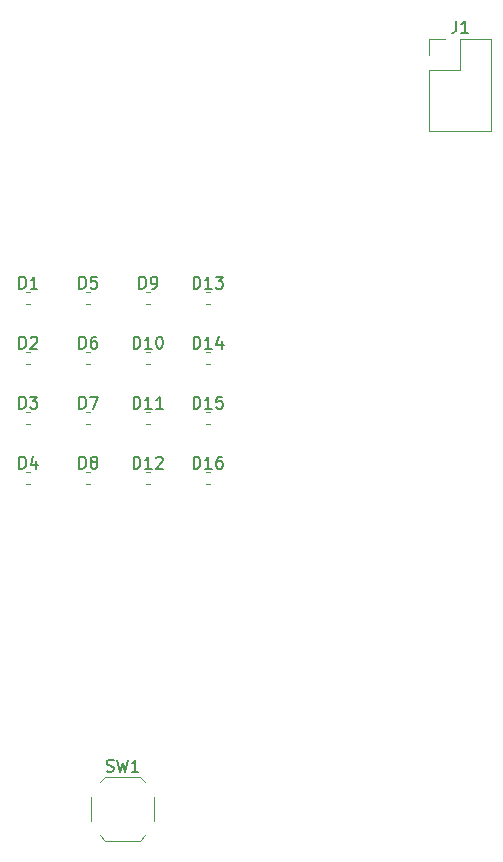
<source format=gto>
G04 #@! TF.FileFunction,Legend,Top*
%FSLAX46Y46*%
G04 Gerber Fmt 4.6, Leading zero omitted, Abs format (unit mm)*
G04 Created by KiCad (PCBNEW 4.0.6) date 09/11/17 20:09:05*
%MOMM*%
%LPD*%
G01*
G04 APERTURE LIST*
%ADD10C,0.100000*%
%ADD11C,0.120000*%
%ADD12C,0.150000*%
%ADD13R,1.200000X1.200000*%
%ADD14C,5.700000*%
%ADD15R,2.100000X2.100000*%
%ADD16O,2.100000X2.100000*%
%ADD17R,2.200000X1.500000*%
G04 APERTURE END LIST*
D10*
D11*
X130780000Y-101100000D02*
X130780000Y-102100000D01*
X130780000Y-102100000D02*
X132880000Y-102100000D01*
X130780000Y-101100000D02*
X132880000Y-101100000D01*
X140940000Y-116340000D02*
X140940000Y-117340000D01*
X140940000Y-117340000D02*
X143040000Y-117340000D01*
X140940000Y-116340000D02*
X143040000Y-116340000D01*
X135860000Y-116340000D02*
X135860000Y-117340000D01*
X135860000Y-117340000D02*
X137960000Y-117340000D01*
X135860000Y-116340000D02*
X137960000Y-116340000D01*
X130780000Y-111260000D02*
X130780000Y-112260000D01*
X130780000Y-112260000D02*
X132880000Y-112260000D01*
X130780000Y-111260000D02*
X132880000Y-111260000D01*
X140940000Y-101100000D02*
X140940000Y-102100000D01*
X140940000Y-102100000D02*
X143040000Y-102100000D01*
X140940000Y-101100000D02*
X143040000Y-101100000D01*
X140940000Y-106180000D02*
X140940000Y-107180000D01*
X140940000Y-107180000D02*
X143040000Y-107180000D01*
X140940000Y-106180000D02*
X143040000Y-106180000D01*
X140940000Y-111260000D02*
X140940000Y-112260000D01*
X140940000Y-112260000D02*
X143040000Y-112260000D01*
X140940000Y-111260000D02*
X143040000Y-111260000D01*
X135860000Y-111260000D02*
X135860000Y-112260000D01*
X135860000Y-112260000D02*
X137960000Y-112260000D01*
X135860000Y-111260000D02*
X137960000Y-111260000D01*
X135860000Y-101100000D02*
X135860000Y-102100000D01*
X135860000Y-102100000D02*
X137960000Y-102100000D01*
X135860000Y-101100000D02*
X137960000Y-101100000D01*
X130780000Y-116340000D02*
X130780000Y-117340000D01*
X130780000Y-117340000D02*
X132880000Y-117340000D01*
X130780000Y-116340000D02*
X132880000Y-116340000D01*
X135860000Y-106180000D02*
X135860000Y-107180000D01*
X135860000Y-107180000D02*
X137960000Y-107180000D01*
X135860000Y-106180000D02*
X137960000Y-106180000D01*
X125700000Y-106180000D02*
X125700000Y-107180000D01*
X125700000Y-107180000D02*
X127800000Y-107180000D01*
X125700000Y-106180000D02*
X127800000Y-106180000D01*
X125700000Y-111260000D02*
X125700000Y-112260000D01*
X125700000Y-112260000D02*
X127800000Y-112260000D01*
X125700000Y-111260000D02*
X127800000Y-111260000D01*
X125700000Y-116340000D02*
X125700000Y-117340000D01*
X125700000Y-117340000D02*
X127800000Y-117340000D01*
X125700000Y-116340000D02*
X127800000Y-116340000D01*
X130780000Y-106180000D02*
X130780000Y-107180000D01*
X130780000Y-107180000D02*
X132880000Y-107180000D01*
X130780000Y-106180000D02*
X132880000Y-106180000D01*
X125700000Y-101100000D02*
X125700000Y-102100000D01*
X125700000Y-102100000D02*
X127800000Y-102100000D01*
X125700000Y-101100000D02*
X127800000Y-101100000D01*
X160976000Y-87436000D02*
X166176000Y-87436000D01*
X160976000Y-82296000D02*
X160976000Y-87436000D01*
X166176000Y-79696000D02*
X166176000Y-87436000D01*
X160976000Y-82296000D02*
X163576000Y-82296000D01*
X163576000Y-82296000D02*
X163576000Y-79696000D01*
X163576000Y-79696000D02*
X166176000Y-79696000D01*
X160976000Y-81026000D02*
X160976000Y-79696000D01*
X160976000Y-79696000D02*
X162306000Y-79696000D01*
X133550000Y-142152000D02*
X136450000Y-142152000D01*
X133100000Y-142602000D02*
X133550000Y-142152000D01*
X132300000Y-145852000D02*
X132300000Y-143852000D01*
X133550000Y-147552000D02*
X133100000Y-147102000D01*
X136450000Y-147552000D02*
X133550000Y-147552000D01*
X136900000Y-147102000D02*
X136450000Y-147552000D01*
X137700000Y-143852000D02*
X137700000Y-145852000D01*
X136450000Y-142152000D02*
X136900000Y-142602000D01*
D12*
X131341905Y-100802381D02*
X131341905Y-99802381D01*
X131580000Y-99802381D01*
X131722858Y-99850000D01*
X131818096Y-99945238D01*
X131865715Y-100040476D01*
X131913334Y-100230952D01*
X131913334Y-100373810D01*
X131865715Y-100564286D01*
X131818096Y-100659524D01*
X131722858Y-100754762D01*
X131580000Y-100802381D01*
X131341905Y-100802381D01*
X132818096Y-99802381D02*
X132341905Y-99802381D01*
X132294286Y-100278571D01*
X132341905Y-100230952D01*
X132437143Y-100183333D01*
X132675239Y-100183333D01*
X132770477Y-100230952D01*
X132818096Y-100278571D01*
X132865715Y-100373810D01*
X132865715Y-100611905D01*
X132818096Y-100707143D01*
X132770477Y-100754762D01*
X132675239Y-100802381D01*
X132437143Y-100802381D01*
X132341905Y-100754762D01*
X132294286Y-100707143D01*
X141025714Y-116042381D02*
X141025714Y-115042381D01*
X141263809Y-115042381D01*
X141406667Y-115090000D01*
X141501905Y-115185238D01*
X141549524Y-115280476D01*
X141597143Y-115470952D01*
X141597143Y-115613810D01*
X141549524Y-115804286D01*
X141501905Y-115899524D01*
X141406667Y-115994762D01*
X141263809Y-116042381D01*
X141025714Y-116042381D01*
X142549524Y-116042381D02*
X141978095Y-116042381D01*
X142263809Y-116042381D02*
X142263809Y-115042381D01*
X142168571Y-115185238D01*
X142073333Y-115280476D01*
X141978095Y-115328095D01*
X143406667Y-115042381D02*
X143216190Y-115042381D01*
X143120952Y-115090000D01*
X143073333Y-115137619D01*
X142978095Y-115280476D01*
X142930476Y-115470952D01*
X142930476Y-115851905D01*
X142978095Y-115947143D01*
X143025714Y-115994762D01*
X143120952Y-116042381D01*
X143311429Y-116042381D01*
X143406667Y-115994762D01*
X143454286Y-115947143D01*
X143501905Y-115851905D01*
X143501905Y-115613810D01*
X143454286Y-115518571D01*
X143406667Y-115470952D01*
X143311429Y-115423333D01*
X143120952Y-115423333D01*
X143025714Y-115470952D01*
X142978095Y-115518571D01*
X142930476Y-115613810D01*
X135945714Y-116042381D02*
X135945714Y-115042381D01*
X136183809Y-115042381D01*
X136326667Y-115090000D01*
X136421905Y-115185238D01*
X136469524Y-115280476D01*
X136517143Y-115470952D01*
X136517143Y-115613810D01*
X136469524Y-115804286D01*
X136421905Y-115899524D01*
X136326667Y-115994762D01*
X136183809Y-116042381D01*
X135945714Y-116042381D01*
X137469524Y-116042381D02*
X136898095Y-116042381D01*
X137183809Y-116042381D02*
X137183809Y-115042381D01*
X137088571Y-115185238D01*
X136993333Y-115280476D01*
X136898095Y-115328095D01*
X137850476Y-115137619D02*
X137898095Y-115090000D01*
X137993333Y-115042381D01*
X138231429Y-115042381D01*
X138326667Y-115090000D01*
X138374286Y-115137619D01*
X138421905Y-115232857D01*
X138421905Y-115328095D01*
X138374286Y-115470952D01*
X137802857Y-116042381D01*
X138421905Y-116042381D01*
X131341905Y-110962381D02*
X131341905Y-109962381D01*
X131580000Y-109962381D01*
X131722858Y-110010000D01*
X131818096Y-110105238D01*
X131865715Y-110200476D01*
X131913334Y-110390952D01*
X131913334Y-110533810D01*
X131865715Y-110724286D01*
X131818096Y-110819524D01*
X131722858Y-110914762D01*
X131580000Y-110962381D01*
X131341905Y-110962381D01*
X132246667Y-109962381D02*
X132913334Y-109962381D01*
X132484762Y-110962381D01*
X141025714Y-100802381D02*
X141025714Y-99802381D01*
X141263809Y-99802381D01*
X141406667Y-99850000D01*
X141501905Y-99945238D01*
X141549524Y-100040476D01*
X141597143Y-100230952D01*
X141597143Y-100373810D01*
X141549524Y-100564286D01*
X141501905Y-100659524D01*
X141406667Y-100754762D01*
X141263809Y-100802381D01*
X141025714Y-100802381D01*
X142549524Y-100802381D02*
X141978095Y-100802381D01*
X142263809Y-100802381D02*
X142263809Y-99802381D01*
X142168571Y-99945238D01*
X142073333Y-100040476D01*
X141978095Y-100088095D01*
X142882857Y-99802381D02*
X143501905Y-99802381D01*
X143168571Y-100183333D01*
X143311429Y-100183333D01*
X143406667Y-100230952D01*
X143454286Y-100278571D01*
X143501905Y-100373810D01*
X143501905Y-100611905D01*
X143454286Y-100707143D01*
X143406667Y-100754762D01*
X143311429Y-100802381D01*
X143025714Y-100802381D01*
X142930476Y-100754762D01*
X142882857Y-100707143D01*
X141025714Y-105882381D02*
X141025714Y-104882381D01*
X141263809Y-104882381D01*
X141406667Y-104930000D01*
X141501905Y-105025238D01*
X141549524Y-105120476D01*
X141597143Y-105310952D01*
X141597143Y-105453810D01*
X141549524Y-105644286D01*
X141501905Y-105739524D01*
X141406667Y-105834762D01*
X141263809Y-105882381D01*
X141025714Y-105882381D01*
X142549524Y-105882381D02*
X141978095Y-105882381D01*
X142263809Y-105882381D02*
X142263809Y-104882381D01*
X142168571Y-105025238D01*
X142073333Y-105120476D01*
X141978095Y-105168095D01*
X143406667Y-105215714D02*
X143406667Y-105882381D01*
X143168571Y-104834762D02*
X142930476Y-105549048D01*
X143549524Y-105549048D01*
X141025714Y-110962381D02*
X141025714Y-109962381D01*
X141263809Y-109962381D01*
X141406667Y-110010000D01*
X141501905Y-110105238D01*
X141549524Y-110200476D01*
X141597143Y-110390952D01*
X141597143Y-110533810D01*
X141549524Y-110724286D01*
X141501905Y-110819524D01*
X141406667Y-110914762D01*
X141263809Y-110962381D01*
X141025714Y-110962381D01*
X142549524Y-110962381D02*
X141978095Y-110962381D01*
X142263809Y-110962381D02*
X142263809Y-109962381D01*
X142168571Y-110105238D01*
X142073333Y-110200476D01*
X141978095Y-110248095D01*
X143454286Y-109962381D02*
X142978095Y-109962381D01*
X142930476Y-110438571D01*
X142978095Y-110390952D01*
X143073333Y-110343333D01*
X143311429Y-110343333D01*
X143406667Y-110390952D01*
X143454286Y-110438571D01*
X143501905Y-110533810D01*
X143501905Y-110771905D01*
X143454286Y-110867143D01*
X143406667Y-110914762D01*
X143311429Y-110962381D01*
X143073333Y-110962381D01*
X142978095Y-110914762D01*
X142930476Y-110867143D01*
X135945714Y-110962381D02*
X135945714Y-109962381D01*
X136183809Y-109962381D01*
X136326667Y-110010000D01*
X136421905Y-110105238D01*
X136469524Y-110200476D01*
X136517143Y-110390952D01*
X136517143Y-110533810D01*
X136469524Y-110724286D01*
X136421905Y-110819524D01*
X136326667Y-110914762D01*
X136183809Y-110962381D01*
X135945714Y-110962381D01*
X137469524Y-110962381D02*
X136898095Y-110962381D01*
X137183809Y-110962381D02*
X137183809Y-109962381D01*
X137088571Y-110105238D01*
X136993333Y-110200476D01*
X136898095Y-110248095D01*
X138421905Y-110962381D02*
X137850476Y-110962381D01*
X138136190Y-110962381D02*
X138136190Y-109962381D01*
X138040952Y-110105238D01*
X137945714Y-110200476D01*
X137850476Y-110248095D01*
X136421905Y-100802381D02*
X136421905Y-99802381D01*
X136660000Y-99802381D01*
X136802858Y-99850000D01*
X136898096Y-99945238D01*
X136945715Y-100040476D01*
X136993334Y-100230952D01*
X136993334Y-100373810D01*
X136945715Y-100564286D01*
X136898096Y-100659524D01*
X136802858Y-100754762D01*
X136660000Y-100802381D01*
X136421905Y-100802381D01*
X137469524Y-100802381D02*
X137660000Y-100802381D01*
X137755239Y-100754762D01*
X137802858Y-100707143D01*
X137898096Y-100564286D01*
X137945715Y-100373810D01*
X137945715Y-99992857D01*
X137898096Y-99897619D01*
X137850477Y-99850000D01*
X137755239Y-99802381D01*
X137564762Y-99802381D01*
X137469524Y-99850000D01*
X137421905Y-99897619D01*
X137374286Y-99992857D01*
X137374286Y-100230952D01*
X137421905Y-100326190D01*
X137469524Y-100373810D01*
X137564762Y-100421429D01*
X137755239Y-100421429D01*
X137850477Y-100373810D01*
X137898096Y-100326190D01*
X137945715Y-100230952D01*
X131341905Y-116042381D02*
X131341905Y-115042381D01*
X131580000Y-115042381D01*
X131722858Y-115090000D01*
X131818096Y-115185238D01*
X131865715Y-115280476D01*
X131913334Y-115470952D01*
X131913334Y-115613810D01*
X131865715Y-115804286D01*
X131818096Y-115899524D01*
X131722858Y-115994762D01*
X131580000Y-116042381D01*
X131341905Y-116042381D01*
X132484762Y-115470952D02*
X132389524Y-115423333D01*
X132341905Y-115375714D01*
X132294286Y-115280476D01*
X132294286Y-115232857D01*
X132341905Y-115137619D01*
X132389524Y-115090000D01*
X132484762Y-115042381D01*
X132675239Y-115042381D01*
X132770477Y-115090000D01*
X132818096Y-115137619D01*
X132865715Y-115232857D01*
X132865715Y-115280476D01*
X132818096Y-115375714D01*
X132770477Y-115423333D01*
X132675239Y-115470952D01*
X132484762Y-115470952D01*
X132389524Y-115518571D01*
X132341905Y-115566190D01*
X132294286Y-115661429D01*
X132294286Y-115851905D01*
X132341905Y-115947143D01*
X132389524Y-115994762D01*
X132484762Y-116042381D01*
X132675239Y-116042381D01*
X132770477Y-115994762D01*
X132818096Y-115947143D01*
X132865715Y-115851905D01*
X132865715Y-115661429D01*
X132818096Y-115566190D01*
X132770477Y-115518571D01*
X132675239Y-115470952D01*
X135945714Y-105882381D02*
X135945714Y-104882381D01*
X136183809Y-104882381D01*
X136326667Y-104930000D01*
X136421905Y-105025238D01*
X136469524Y-105120476D01*
X136517143Y-105310952D01*
X136517143Y-105453810D01*
X136469524Y-105644286D01*
X136421905Y-105739524D01*
X136326667Y-105834762D01*
X136183809Y-105882381D01*
X135945714Y-105882381D01*
X137469524Y-105882381D02*
X136898095Y-105882381D01*
X137183809Y-105882381D02*
X137183809Y-104882381D01*
X137088571Y-105025238D01*
X136993333Y-105120476D01*
X136898095Y-105168095D01*
X138088571Y-104882381D02*
X138183810Y-104882381D01*
X138279048Y-104930000D01*
X138326667Y-104977619D01*
X138374286Y-105072857D01*
X138421905Y-105263333D01*
X138421905Y-105501429D01*
X138374286Y-105691905D01*
X138326667Y-105787143D01*
X138279048Y-105834762D01*
X138183810Y-105882381D01*
X138088571Y-105882381D01*
X137993333Y-105834762D01*
X137945714Y-105787143D01*
X137898095Y-105691905D01*
X137850476Y-105501429D01*
X137850476Y-105263333D01*
X137898095Y-105072857D01*
X137945714Y-104977619D01*
X137993333Y-104930000D01*
X138088571Y-104882381D01*
X126261905Y-105882381D02*
X126261905Y-104882381D01*
X126500000Y-104882381D01*
X126642858Y-104930000D01*
X126738096Y-105025238D01*
X126785715Y-105120476D01*
X126833334Y-105310952D01*
X126833334Y-105453810D01*
X126785715Y-105644286D01*
X126738096Y-105739524D01*
X126642858Y-105834762D01*
X126500000Y-105882381D01*
X126261905Y-105882381D01*
X127214286Y-104977619D02*
X127261905Y-104930000D01*
X127357143Y-104882381D01*
X127595239Y-104882381D01*
X127690477Y-104930000D01*
X127738096Y-104977619D01*
X127785715Y-105072857D01*
X127785715Y-105168095D01*
X127738096Y-105310952D01*
X127166667Y-105882381D01*
X127785715Y-105882381D01*
X126261905Y-110962381D02*
X126261905Y-109962381D01*
X126500000Y-109962381D01*
X126642858Y-110010000D01*
X126738096Y-110105238D01*
X126785715Y-110200476D01*
X126833334Y-110390952D01*
X126833334Y-110533810D01*
X126785715Y-110724286D01*
X126738096Y-110819524D01*
X126642858Y-110914762D01*
X126500000Y-110962381D01*
X126261905Y-110962381D01*
X127166667Y-109962381D02*
X127785715Y-109962381D01*
X127452381Y-110343333D01*
X127595239Y-110343333D01*
X127690477Y-110390952D01*
X127738096Y-110438571D01*
X127785715Y-110533810D01*
X127785715Y-110771905D01*
X127738096Y-110867143D01*
X127690477Y-110914762D01*
X127595239Y-110962381D01*
X127309524Y-110962381D01*
X127214286Y-110914762D01*
X127166667Y-110867143D01*
X126261905Y-116042381D02*
X126261905Y-115042381D01*
X126500000Y-115042381D01*
X126642858Y-115090000D01*
X126738096Y-115185238D01*
X126785715Y-115280476D01*
X126833334Y-115470952D01*
X126833334Y-115613810D01*
X126785715Y-115804286D01*
X126738096Y-115899524D01*
X126642858Y-115994762D01*
X126500000Y-116042381D01*
X126261905Y-116042381D01*
X127690477Y-115375714D02*
X127690477Y-116042381D01*
X127452381Y-114994762D02*
X127214286Y-115709048D01*
X127833334Y-115709048D01*
X131341905Y-105882381D02*
X131341905Y-104882381D01*
X131580000Y-104882381D01*
X131722858Y-104930000D01*
X131818096Y-105025238D01*
X131865715Y-105120476D01*
X131913334Y-105310952D01*
X131913334Y-105453810D01*
X131865715Y-105644286D01*
X131818096Y-105739524D01*
X131722858Y-105834762D01*
X131580000Y-105882381D01*
X131341905Y-105882381D01*
X132770477Y-104882381D02*
X132580000Y-104882381D01*
X132484762Y-104930000D01*
X132437143Y-104977619D01*
X132341905Y-105120476D01*
X132294286Y-105310952D01*
X132294286Y-105691905D01*
X132341905Y-105787143D01*
X132389524Y-105834762D01*
X132484762Y-105882381D01*
X132675239Y-105882381D01*
X132770477Y-105834762D01*
X132818096Y-105787143D01*
X132865715Y-105691905D01*
X132865715Y-105453810D01*
X132818096Y-105358571D01*
X132770477Y-105310952D01*
X132675239Y-105263333D01*
X132484762Y-105263333D01*
X132389524Y-105310952D01*
X132341905Y-105358571D01*
X132294286Y-105453810D01*
X126261905Y-100802381D02*
X126261905Y-99802381D01*
X126500000Y-99802381D01*
X126642858Y-99850000D01*
X126738096Y-99945238D01*
X126785715Y-100040476D01*
X126833334Y-100230952D01*
X126833334Y-100373810D01*
X126785715Y-100564286D01*
X126738096Y-100659524D01*
X126642858Y-100754762D01*
X126500000Y-100802381D01*
X126261905Y-100802381D01*
X127785715Y-100802381D02*
X127214286Y-100802381D01*
X127500000Y-100802381D02*
X127500000Y-99802381D01*
X127404762Y-99945238D01*
X127309524Y-100040476D01*
X127214286Y-100088095D01*
X163242667Y-78148381D02*
X163242667Y-78862667D01*
X163195047Y-79005524D01*
X163099809Y-79100762D01*
X162956952Y-79148381D01*
X162861714Y-79148381D01*
X164242667Y-79148381D02*
X163671238Y-79148381D01*
X163956952Y-79148381D02*
X163956952Y-78148381D01*
X163861714Y-78291238D01*
X163766476Y-78386476D01*
X163671238Y-78434095D01*
X133666667Y-141656762D02*
X133809524Y-141704381D01*
X134047620Y-141704381D01*
X134142858Y-141656762D01*
X134190477Y-141609143D01*
X134238096Y-141513905D01*
X134238096Y-141418667D01*
X134190477Y-141323429D01*
X134142858Y-141275810D01*
X134047620Y-141228190D01*
X133857143Y-141180571D01*
X133761905Y-141132952D01*
X133714286Y-141085333D01*
X133666667Y-140990095D01*
X133666667Y-140894857D01*
X133714286Y-140799619D01*
X133761905Y-140752000D01*
X133857143Y-140704381D01*
X134095239Y-140704381D01*
X134238096Y-140752000D01*
X134571429Y-140704381D02*
X134809524Y-141704381D01*
X135000001Y-140990095D01*
X135190477Y-141704381D01*
X135428572Y-140704381D01*
X136333334Y-141704381D02*
X135761905Y-141704381D01*
X136047619Y-141704381D02*
X136047619Y-140704381D01*
X135952381Y-140847238D01*
X135857143Y-140942476D01*
X135761905Y-140990095D01*
%LPC*%
D13*
X132880000Y-101600000D03*
X131280000Y-101600000D03*
X143040000Y-116840000D03*
X141440000Y-116840000D03*
X137960000Y-116840000D03*
X136360000Y-116840000D03*
X132880000Y-111760000D03*
X131280000Y-111760000D03*
X143040000Y-101600000D03*
X141440000Y-101600000D03*
X143040000Y-106680000D03*
X141440000Y-106680000D03*
X143040000Y-111760000D03*
X141440000Y-111760000D03*
X137960000Y-111760000D03*
X136360000Y-111760000D03*
X137960000Y-101600000D03*
X136360000Y-101600000D03*
X132880000Y-116840000D03*
X131280000Y-116840000D03*
X137960000Y-106680000D03*
X136360000Y-106680000D03*
X127800000Y-106680000D03*
X126200000Y-106680000D03*
X127800000Y-111760000D03*
X126200000Y-111760000D03*
X127800000Y-116840000D03*
X126200000Y-116840000D03*
X132880000Y-106680000D03*
X131280000Y-106680000D03*
D14*
X164338000Y-55626000D03*
D13*
X127800000Y-101600000D03*
X126200000Y-101600000D03*
D15*
X162306000Y-81026000D03*
D16*
X164846000Y-81026000D03*
X162306000Y-83566000D03*
X164846000Y-83566000D03*
X162306000Y-86106000D03*
X164846000Y-86106000D03*
D17*
X131900000Y-143002000D03*
X138100000Y-143002000D03*
X131900000Y-146702000D03*
X138100000Y-146702000D03*
D14*
X105664000Y-55626000D03*
M02*

</source>
